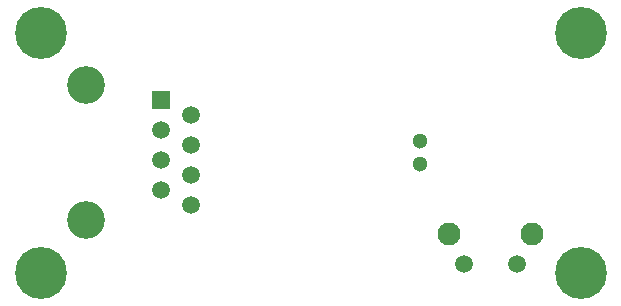
<source format=gbs>
G04 #@! TF.GenerationSoftware,KiCad,Pcbnew,6.0.9-8da3e8f707~116~ubuntu22.04.1*
G04 #@! TF.CreationDate,2022-11-15T22:26:04-07:00*
G04 #@! TF.ProjectId,Xiegu MiniMic,58696567-7520-44d6-996e-694d69632e6b,rev?*
G04 #@! TF.SameCoordinates,PX41672a0PY54efc64*
G04 #@! TF.FileFunction,Soldermask,Bot*
G04 #@! TF.FilePolarity,Negative*
%FSLAX46Y46*%
G04 Gerber Fmt 4.6, Leading zero omitted, Abs format (unit mm)*
G04 Created by KiCad (PCBNEW 6.0.9-8da3e8f707~116~ubuntu22.04.1) date 2022-11-15 22:26:04*
%MOMM*%
%LPD*%
G01*
G04 APERTURE LIST*
%ADD10C,1.498000*%
%ADD11C,1.950000*%
%ADD12C,4.400000*%
%ADD13C,3.200000*%
%ADD14R,1.500000X1.500000*%
%ADD15C,1.500000*%
%ADD16C,1.300000*%
G04 APERTURE END LIST*
D10*
X38390000Y3302000D03*
X42890000Y3302000D03*
D11*
X37135000Y5792000D03*
X44145000Y5792000D03*
D12*
X48260000Y2540000D03*
D13*
X6370000Y6985000D03*
X6370000Y18415000D03*
D14*
X12720000Y17145000D03*
D15*
X15260000Y15875000D03*
X12720000Y14605000D03*
X15260000Y13335000D03*
X12720000Y12065000D03*
X15260000Y10795000D03*
X12720000Y9525000D03*
X15260000Y8255000D03*
D12*
X2540000Y2540000D03*
X48260000Y22860000D03*
X2540000Y22860000D03*
D16*
X34660000Y11750000D03*
X34660000Y13650000D03*
M02*

</source>
